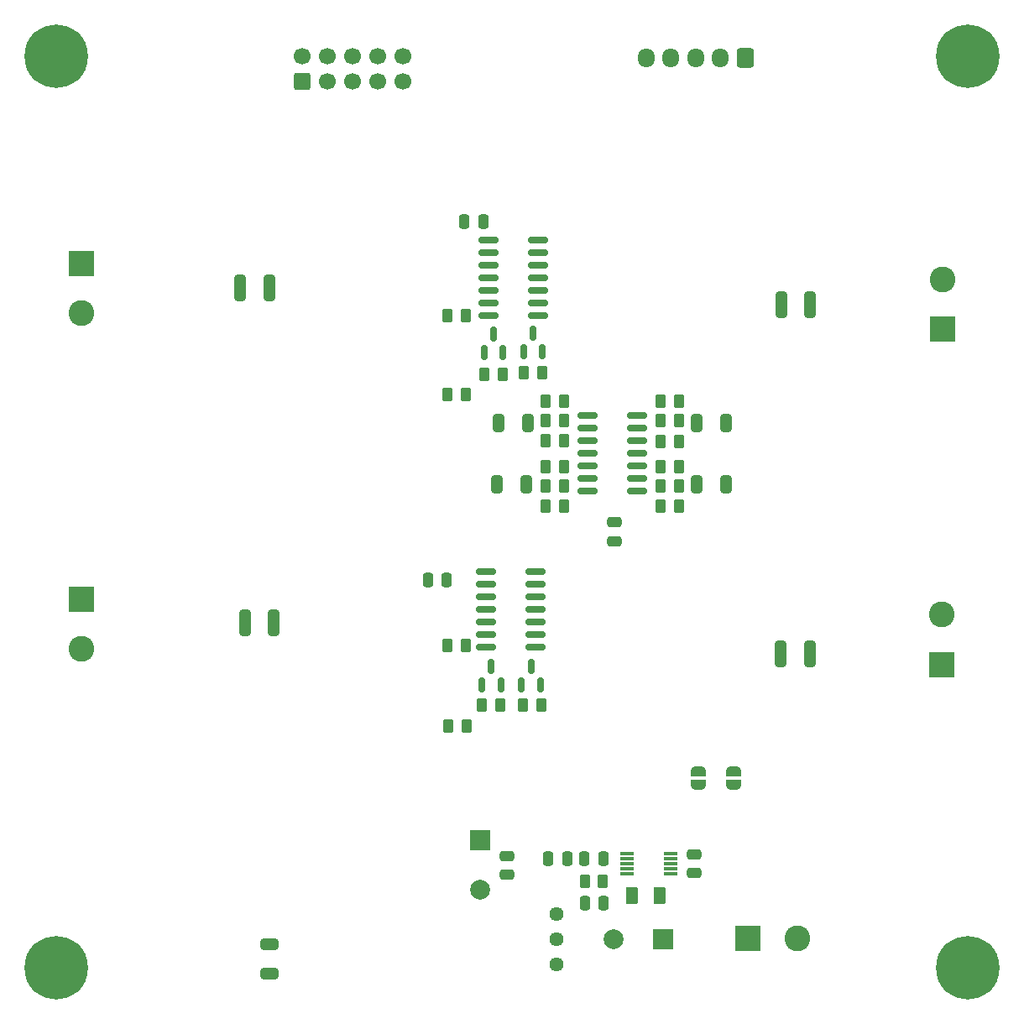
<source format=gbr>
%TF.GenerationSoftware,KiCad,Pcbnew,7.0.1*%
%TF.CreationDate,2023-04-06T21:05:58+02:00*%
%TF.ProjectId,Scout_Robot_Motor_Driver,53636f75-745f-4526-9f62-6f745f4d6f74,rev?*%
%TF.SameCoordinates,Original*%
%TF.FileFunction,Soldermask,Bot*%
%TF.FilePolarity,Negative*%
%FSLAX46Y46*%
G04 Gerber Fmt 4.6, Leading zero omitted, Abs format (unit mm)*
G04 Created by KiCad (PCBNEW 7.0.1) date 2023-04-06 21:05:58*
%MOMM*%
%LPD*%
G01*
G04 APERTURE LIST*
G04 Aperture macros list*
%AMRoundRect*
0 Rectangle with rounded corners*
0 $1 Rounding radius*
0 $2 $3 $4 $5 $6 $7 $8 $9 X,Y pos of 4 corners*
0 Add a 4 corners polygon primitive as box body*
4,1,4,$2,$3,$4,$5,$6,$7,$8,$9,$2,$3,0*
0 Add four circle primitives for the rounded corners*
1,1,$1+$1,$2,$3*
1,1,$1+$1,$4,$5*
1,1,$1+$1,$6,$7*
1,1,$1+$1,$8,$9*
0 Add four rect primitives between the rounded corners*
20,1,$1+$1,$2,$3,$4,$5,0*
20,1,$1+$1,$4,$5,$6,$7,0*
20,1,$1+$1,$6,$7,$8,$9,0*
20,1,$1+$1,$8,$9,$2,$3,0*%
%AMFreePoly0*
4,1,19,0.500000,-0.750000,0.000000,-0.750000,0.000000,-0.744911,-0.071157,-0.744911,-0.207708,-0.704816,-0.327430,-0.627875,-0.420627,-0.520320,-0.479746,-0.390866,-0.500000,-0.250000,-0.500000,0.250000,-0.479746,0.390866,-0.420627,0.520320,-0.327430,0.627875,-0.207708,0.704816,-0.071157,0.744911,0.000000,0.744911,0.000000,0.750000,0.500000,0.750000,0.500000,-0.750000,0.500000,-0.750000,
$1*%
%AMFreePoly1*
4,1,19,0.000000,0.744911,0.071157,0.744911,0.207708,0.704816,0.327430,0.627875,0.420627,0.520320,0.479746,0.390866,0.500000,0.250000,0.500000,-0.250000,0.479746,-0.390866,0.420627,-0.520320,0.327430,-0.627875,0.207708,-0.704816,0.071157,-0.744911,0.000000,-0.744911,0.000000,-0.750000,-0.500000,-0.750000,-0.500000,0.750000,0.000000,0.750000,0.000000,0.744911,0.000000,0.744911,
$1*%
G04 Aperture macros list end*
%ADD10R,2.000000X2.000000*%
%ADD11C,2.000000*%
%ADD12C,0.800000*%
%ADD13C,6.400000*%
%ADD14R,2.600000X2.600000*%
%ADD15C,2.600000*%
%ADD16RoundRect,0.250000X0.600000X0.725000X-0.600000X0.725000X-0.600000X-0.725000X0.600000X-0.725000X0*%
%ADD17O,1.700000X1.950000*%
%ADD18RoundRect,0.250000X0.600000X-0.600000X0.600000X0.600000X-0.600000X0.600000X-0.600000X-0.600000X0*%
%ADD19C,1.700000*%
%ADD20C,1.440000*%
%ADD21RoundRect,0.250000X0.262500X0.450000X-0.262500X0.450000X-0.262500X-0.450000X0.262500X-0.450000X0*%
%ADD22R,1.400000X0.300000*%
%ADD23RoundRect,0.150000X0.150000X-0.587500X0.150000X0.587500X-0.150000X0.587500X-0.150000X-0.587500X0*%
%ADD24RoundRect,0.250000X-0.650000X0.325000X-0.650000X-0.325000X0.650000X-0.325000X0.650000X0.325000X0*%
%ADD25RoundRect,0.250000X0.375000X0.625000X-0.375000X0.625000X-0.375000X-0.625000X0.375000X-0.625000X0*%
%ADD26RoundRect,0.250000X-0.262500X-0.450000X0.262500X-0.450000X0.262500X0.450000X-0.262500X0.450000X0*%
%ADD27RoundRect,0.150000X0.825000X0.150000X-0.825000X0.150000X-0.825000X-0.150000X0.825000X-0.150000X0*%
%ADD28RoundRect,0.250000X-0.312500X-1.075000X0.312500X-1.075000X0.312500X1.075000X-0.312500X1.075000X0*%
%ADD29FreePoly0,90.000000*%
%ADD30FreePoly1,90.000000*%
%ADD31RoundRect,0.250000X-0.325000X-0.650000X0.325000X-0.650000X0.325000X0.650000X-0.325000X0.650000X0*%
%ADD32RoundRect,0.250000X0.250000X0.475000X-0.250000X0.475000X-0.250000X-0.475000X0.250000X-0.475000X0*%
%ADD33RoundRect,0.250000X0.325000X0.650000X-0.325000X0.650000X-0.325000X-0.650000X0.325000X-0.650000X0*%
%ADD34RoundRect,0.250000X-0.475000X0.250000X-0.475000X-0.250000X0.475000X-0.250000X0.475000X0.250000X0*%
%ADD35RoundRect,0.250000X0.475000X-0.250000X0.475000X0.250000X-0.475000X0.250000X-0.475000X-0.250000X0*%
G04 APERTURE END LIST*
D10*
%TO.C,C29*%
X208750000Y-126132323D03*
D11*
X208750000Y-131132323D03*
%TD*%
D10*
%TO.C,C36*%
X227250000Y-136100000D03*
D11*
X222250000Y-136100000D03*
%TD*%
D12*
%TO.C,H3*%
X166000000Y-136600000D03*
X167697056Y-140697056D03*
X167697056Y-137302944D03*
X168400000Y-139000000D03*
D13*
X166000000Y-139000000D03*
D12*
X166000000Y-141400000D03*
X164302944Y-137302944D03*
X164302944Y-140697056D03*
X163600000Y-139000000D03*
%TD*%
D14*
%TO.C,J1*%
X168524197Y-67965000D03*
D15*
X168524197Y-72965000D03*
%TD*%
D14*
%TO.C,J6*%
X235750000Y-136000000D03*
D15*
X240750000Y-136000000D03*
%TD*%
D16*
%TO.C,J7*%
X235500000Y-47220000D03*
D17*
X233000000Y-47220000D03*
X230500000Y-47220000D03*
X228000000Y-47220000D03*
X225500000Y-47220000D03*
%TD*%
D14*
%TO.C,J4*%
X255305000Y-108385000D03*
D15*
X255305000Y-103385000D03*
%TD*%
D18*
%TO.C,J5*%
X190840000Y-49540000D03*
D19*
X190840000Y-47000000D03*
X193380000Y-49540000D03*
X193380000Y-47000000D03*
X195920000Y-49540000D03*
X195920000Y-47000000D03*
X198460000Y-49540000D03*
X198460000Y-47000000D03*
X201000000Y-49540000D03*
X201000000Y-47000000D03*
%TD*%
D12*
%TO.C,H4*%
X166000000Y-44600000D03*
X167697056Y-48697056D03*
X167697056Y-45302944D03*
X168400000Y-47000000D03*
D13*
X166000000Y-47000000D03*
D12*
X166000000Y-49400000D03*
X164302944Y-45302944D03*
X164302944Y-48697056D03*
X163600000Y-47000000D03*
%TD*%
%TO.C,H2*%
X258000000Y-136600000D03*
X259697056Y-140697056D03*
X259697056Y-137302944D03*
X260400000Y-139000000D03*
D13*
X258000000Y-139000000D03*
D12*
X258000000Y-141400000D03*
X256302944Y-137302944D03*
X256302944Y-140697056D03*
X255600000Y-139000000D03*
%TD*%
D20*
%TO.C,RV1*%
X216500000Y-138640000D03*
X216500000Y-136100000D03*
X216500000Y-133560000D03*
%TD*%
D14*
%TO.C,J3*%
X168524197Y-101825000D03*
D15*
X168524197Y-106825000D03*
%TD*%
D12*
%TO.C,H1*%
X258000000Y-44600000D03*
X259697056Y-48697056D03*
X259697056Y-45302944D03*
X260400000Y-47000000D03*
D13*
X258000000Y-47000000D03*
D12*
X258000000Y-49400000D03*
X256302944Y-45302944D03*
X256302944Y-48697056D03*
X255600000Y-47000000D03*
%TD*%
D14*
%TO.C,J2*%
X255400000Y-74525000D03*
D15*
X255400000Y-69525000D03*
%TD*%
D21*
%TO.C,R31*%
X217212500Y-85800000D03*
X215387500Y-85800000D03*
%TD*%
D22*
%TO.C,U12*%
X223550000Y-129500000D03*
X223550000Y-129000000D03*
X223550000Y-128500000D03*
X223550000Y-128000000D03*
X223550000Y-127500000D03*
X227950000Y-127500000D03*
X227950000Y-128000000D03*
X227950000Y-128500000D03*
X227950000Y-129000000D03*
X227950000Y-129500000D03*
%TD*%
D23*
%TO.C,Q7*%
X214850000Y-110475000D03*
X212950000Y-110475000D03*
X213900000Y-108600000D03*
%TD*%
D24*
%TO.C,C33*%
X187500000Y-136650000D03*
X187500000Y-139600000D03*
%TD*%
D25*
%TO.C,D25*%
X226900000Y-131700000D03*
X224100000Y-131700000D03*
%TD*%
D21*
%TO.C,R36*%
X228825000Y-92400000D03*
X227000000Y-92400000D03*
%TD*%
D26*
%TO.C,R33*%
X215387500Y-92400000D03*
X217212500Y-92400000D03*
%TD*%
D21*
%TO.C,R41*%
X221162500Y-130250000D03*
X219337500Y-130250000D03*
%TD*%
D27*
%TO.C,U11*%
X224575000Y-83290000D03*
X224575000Y-84560000D03*
X224575000Y-85830000D03*
X224575000Y-87100000D03*
X224575000Y-88370000D03*
X224575000Y-89640000D03*
X224575000Y-90910000D03*
X219625000Y-90910000D03*
X219625000Y-89640000D03*
X219625000Y-88370000D03*
X219625000Y-87100000D03*
X219625000Y-85830000D03*
X219625000Y-84560000D03*
X219625000Y-83290000D03*
%TD*%
D28*
%TO.C,R26*%
X184575000Y-70400000D03*
X187500000Y-70400000D03*
%TD*%
D29*
%TO.C,JP2*%
X230750000Y-120500000D03*
D30*
X230750000Y-119200000D03*
%TD*%
D31*
%TO.C,C19*%
X230625000Y-84000000D03*
X233575000Y-84000000D03*
%TD*%
D21*
%TO.C,R38*%
X217200000Y-83800000D03*
X215375000Y-83800000D03*
%TD*%
D27*
%TO.C,U2*%
X214575000Y-65590000D03*
X214575000Y-66860000D03*
X214575000Y-68130000D03*
X214575000Y-69400000D03*
X214575000Y-70670000D03*
X214575000Y-71940000D03*
X214575000Y-73210000D03*
X209625000Y-73210000D03*
X209625000Y-71940000D03*
X209625000Y-70670000D03*
X209625000Y-69400000D03*
X209625000Y-68130000D03*
X209625000Y-66860000D03*
X209625000Y-65590000D03*
%TD*%
D28*
%TO.C,R27*%
X185037500Y-104200000D03*
X187962500Y-104200000D03*
%TD*%
D32*
%TO.C,C10*%
X209100000Y-63700000D03*
X207200000Y-63700000D03*
%TD*%
%TO.C,C26*%
X221250000Y-132500000D03*
X219350000Y-132500000D03*
%TD*%
D23*
%TO.C,Q1*%
X210850000Y-110475000D03*
X208950000Y-110475000D03*
X209900000Y-108600000D03*
%TD*%
D21*
%TO.C,R37*%
X217200000Y-90400000D03*
X215375000Y-90400000D03*
%TD*%
%TO.C,R2*%
X211025000Y-79100000D03*
X209200000Y-79100000D03*
%TD*%
D26*
%TO.C,R15*%
X205575000Y-114600000D03*
X207400000Y-114600000D03*
%TD*%
D21*
%TO.C,R35*%
X228825000Y-81800000D03*
X227000000Y-81800000D03*
%TD*%
D32*
%TO.C,C9*%
X205400000Y-99900000D03*
X203500000Y-99900000D03*
%TD*%
D33*
%TO.C,C20*%
X213400000Y-90200000D03*
X210450000Y-90200000D03*
%TD*%
D34*
%TO.C,C23*%
X222300000Y-94050000D03*
X222300000Y-95950000D03*
%TD*%
D32*
%TO.C,C24*%
X217550000Y-128000000D03*
X215650000Y-128000000D03*
%TD*%
D21*
%TO.C,R30*%
X217225000Y-88400000D03*
X215400000Y-88400000D03*
%TD*%
D23*
%TO.C,Q2*%
X211050000Y-76937500D03*
X209150000Y-76937500D03*
X210100000Y-75062500D03*
%TD*%
D34*
%TO.C,C28*%
X211500000Y-127700000D03*
X211500000Y-129600000D03*
%TD*%
D26*
%TO.C,R3*%
X205487500Y-106500000D03*
X207312500Y-106500000D03*
%TD*%
%TO.C,R40*%
X226975000Y-90400000D03*
X228800000Y-90400000D03*
%TD*%
D32*
%TO.C,C25*%
X221200000Y-128000000D03*
X219300000Y-128000000D03*
%TD*%
D26*
%TO.C,R14*%
X213200000Y-79000000D03*
X215025000Y-79000000D03*
%TD*%
%TO.C,R29*%
X226987500Y-85900000D03*
X228812500Y-85900000D03*
%TD*%
%TO.C,R16*%
X205475000Y-81200000D03*
X207300000Y-81200000D03*
%TD*%
D31*
%TO.C,C22*%
X230625000Y-90200000D03*
X233575000Y-90200000D03*
%TD*%
D28*
%TO.C,R25*%
X239137500Y-72100000D03*
X242062500Y-72100000D03*
%TD*%
D26*
%TO.C,R34*%
X215387500Y-81800000D03*
X217212500Y-81800000D03*
%TD*%
D33*
%TO.C,C21*%
X213575000Y-84000000D03*
X210625000Y-84000000D03*
%TD*%
D26*
%TO.C,R13*%
X213100000Y-112500000D03*
X214925000Y-112500000D03*
%TD*%
D21*
%TO.C,R1*%
X210800000Y-112500000D03*
X208975000Y-112500000D03*
%TD*%
D27*
%TO.C,U1*%
X214350000Y-99050000D03*
X214350000Y-100320000D03*
X214350000Y-101590000D03*
X214350000Y-102860000D03*
X214350000Y-104130000D03*
X214350000Y-105400000D03*
X214350000Y-106670000D03*
X209400000Y-106670000D03*
X209400000Y-105400000D03*
X209400000Y-104130000D03*
X209400000Y-102860000D03*
X209400000Y-101590000D03*
X209400000Y-100320000D03*
X209400000Y-99050000D03*
%TD*%
D26*
%TO.C,R4*%
X205475000Y-73200000D03*
X207300000Y-73200000D03*
%TD*%
D29*
%TO.C,JP1*%
X234300000Y-120500000D03*
D30*
X234300000Y-119200000D03*
%TD*%
D35*
%TO.C,C27*%
X230400000Y-129450000D03*
X230400000Y-127550000D03*
%TD*%
D26*
%TO.C,R32*%
X226987500Y-88400000D03*
X228812500Y-88400000D03*
%TD*%
D23*
%TO.C,Q8*%
X215050000Y-76875000D03*
X213150000Y-76875000D03*
X214100000Y-75000000D03*
%TD*%
D28*
%TO.C,R28*%
X239100000Y-107300000D03*
X242025000Y-107300000D03*
%TD*%
D26*
%TO.C,R39*%
X227000000Y-83800000D03*
X228825000Y-83800000D03*
%TD*%
M02*

</source>
